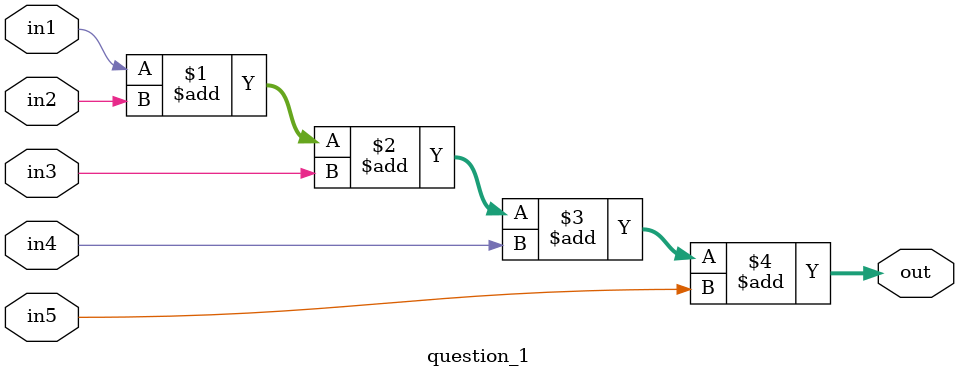
<source format=v>
module question_1 (out, in1, in2, in3, in4, in5);
	input in1, in2, in3, in4, in5; // 5 1-bit inputs.
	output [2:0] out; // 1 3-bit output, enough to fit max value.

	assign out = in1 + in2 + in3 + in4 + in5;
endmodule

</source>
